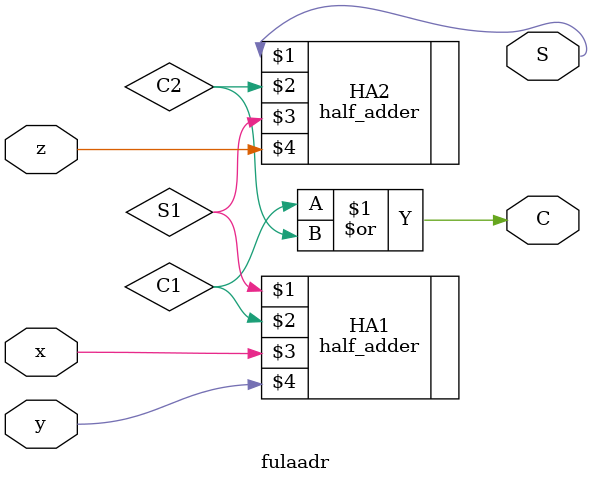
<source format=v>
`timescale 1ns / 1ps
module fulaadr(
output S,C,
input x,y,z);
wire S1,C1,C2;
half_adder HA1(S1,C1,x,y);
half_adder HA2(S,C2,S1,z);
or G1(C,C1,C2);
endmodule

</source>
